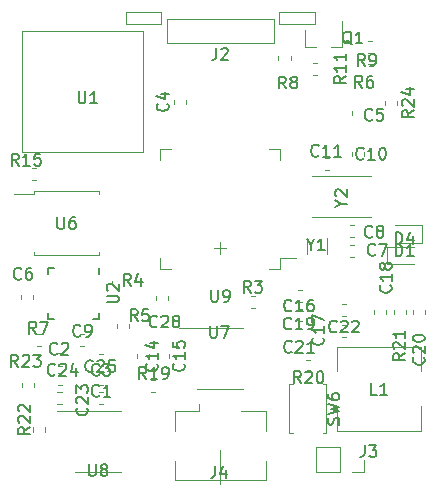
<source format=gbr>
G04 #@! TF.GenerationSoftware,KiCad,Pcbnew,(5.1.6-0-10_14)*
G04 #@! TF.CreationDate,2020-09-10T17:51:43+08:00*
G04 #@! TF.ProjectId,Watch_F4,57617463-685f-4463-942e-6b696361645f,rev?*
G04 #@! TF.SameCoordinates,Original*
G04 #@! TF.FileFunction,Legend,Top*
G04 #@! TF.FilePolarity,Positive*
%FSLAX46Y46*%
G04 Gerber Fmt 4.6, Leading zero omitted, Abs format (unit mm)*
G04 Created by KiCad (PCBNEW (5.1.6-0-10_14)) date 2020-09-10 17:51:43*
%MOMM*%
%LPD*%
G01*
G04 APERTURE LIST*
%ADD10C,0.120000*%
%ADD11C,0.150000*%
G04 APERTURE END LIST*
D10*
X148000000Y-105500000D02*
X148000000Y-106500000D01*
X147500000Y-106000000D02*
X148500000Y-106000000D01*
X140000000Y-86000000D02*
X143000000Y-86000000D01*
X140000000Y-87000000D02*
X140000000Y-86000000D01*
X143000000Y-87000000D02*
X140000000Y-87000000D01*
X143000000Y-86000000D02*
X143000000Y-87000000D01*
X153000000Y-87000000D02*
X153000000Y-86000000D01*
X156000000Y-87000000D02*
X153000000Y-87000000D01*
X156000000Y-86000000D02*
X156000000Y-87000000D01*
X153000000Y-86000000D02*
X156000000Y-86000000D01*
X148000000Y-126000000D02*
X148000000Y-123100000D01*
X144140000Y-125610000D02*
X144140000Y-124000000D01*
X151860000Y-119790000D02*
X149800000Y-119790000D01*
X151860000Y-121500000D02*
X151860000Y-119790000D01*
X144140000Y-119790000D02*
X146200000Y-119790000D01*
X144140000Y-121500000D02*
X144140000Y-119790000D01*
X144140000Y-125610000D02*
X151860000Y-125610000D01*
X151860000Y-125610000D02*
X151860000Y-124000000D01*
X146200000Y-119790000D02*
X146200000Y-119200000D01*
X143475000Y-88600000D02*
X143475000Y-86600000D01*
X143475000Y-86600000D02*
X152525000Y-86600000D01*
X152525000Y-86600000D02*
X152525000Y-88600000D01*
X152525000Y-88600000D02*
X143475000Y-88600000D01*
X164400000Y-105885000D02*
X162115000Y-105885000D01*
X162115000Y-105885000D02*
X162115000Y-107355000D01*
X162115000Y-107355000D02*
X164400000Y-107355000D01*
X162800000Y-105535000D02*
X165085000Y-105535000D01*
X165085000Y-105535000D02*
X165085000Y-104065000D01*
X165085000Y-104065000D02*
X162800000Y-104065000D01*
X155160000Y-88960000D02*
X156090000Y-88960000D01*
X158320000Y-88960000D02*
X157390000Y-88960000D01*
X158320000Y-88960000D02*
X158320000Y-86800000D01*
X155160000Y-88960000D02*
X155160000Y-87500000D01*
X156970000Y-117530000D02*
X156970000Y-121670000D01*
X154130000Y-121670000D02*
X153830000Y-121670000D01*
X153830000Y-121670000D02*
X153830000Y-117530000D01*
X156670000Y-117530000D02*
X156970000Y-117530000D01*
X153830000Y-117530000D02*
X154130000Y-117530000D01*
X156970000Y-121670000D02*
X156670000Y-121670000D01*
X163010000Y-93523733D02*
X163010000Y-93866267D01*
X161990000Y-93523733D02*
X161990000Y-93866267D01*
X160498733Y-90370000D02*
X160841267Y-90370000D01*
X160498733Y-91390000D02*
X160841267Y-91390000D01*
X156201267Y-91340000D02*
X155858733Y-91340000D01*
X156201267Y-90320000D02*
X155858733Y-90320000D01*
X160478733Y-88490000D02*
X160821267Y-88490000D01*
X160478733Y-89510000D02*
X160821267Y-89510000D01*
X153960000Y-89718733D02*
X153960000Y-90061267D01*
X152940000Y-89718733D02*
X152940000Y-90061267D01*
X143590000Y-110043733D02*
X143590000Y-110386267D01*
X142570000Y-110043733D02*
X142570000Y-110386267D01*
X143840000Y-97570000D02*
X142890000Y-97570000D01*
X142890000Y-97570000D02*
X142890000Y-98520000D01*
X152160000Y-97570000D02*
X153110000Y-97570000D01*
X153110000Y-97570000D02*
X153110000Y-98520000D01*
X143840000Y-107790000D02*
X142890000Y-107790000D01*
X142890000Y-107790000D02*
X142890000Y-106840000D01*
X152160000Y-107790000D02*
X153110000Y-107790000D01*
X153110000Y-107790000D02*
X153110000Y-106840000D01*
X153110000Y-106840000D02*
X154450000Y-106840000D01*
X131240000Y-87600000D02*
X141460000Y-87620000D01*
X141460000Y-87620000D02*
X141460000Y-97820000D01*
X131240000Y-97820000D02*
X131240000Y-87600000D01*
X131240000Y-97820000D02*
X141460000Y-97820000D01*
X155315000Y-105175000D02*
X155315000Y-106525000D01*
X157065000Y-105175000D02*
X157065000Y-106525000D01*
X160810000Y-103320000D02*
X155810000Y-103320000D01*
X160810000Y-99900000D02*
X155810000Y-99900000D01*
X134980000Y-106615000D02*
X137705000Y-106615000D01*
X137705000Y-106615000D02*
X137705000Y-106355000D01*
X134980000Y-106615000D02*
X132255000Y-106615000D01*
X132255000Y-106615000D02*
X132255000Y-106355000D01*
X134980000Y-101165000D02*
X137705000Y-101165000D01*
X137705000Y-101165000D02*
X137705000Y-101425000D01*
X134980000Y-101165000D02*
X132255000Y-101165000D01*
X132255000Y-101165000D02*
X132255000Y-101425000D01*
X132255000Y-101425000D02*
X130580000Y-101425000D01*
X137650000Y-124910000D02*
X139600000Y-124910000D01*
X137650000Y-124910000D02*
X135700000Y-124910000D01*
X137650000Y-119790000D02*
X139600000Y-119790000D01*
X137650000Y-119790000D02*
X134200000Y-119790000D01*
X148000000Y-117910000D02*
X149950000Y-117910000D01*
X148000000Y-117910000D02*
X146050000Y-117910000D01*
X148000000Y-112790000D02*
X149950000Y-112790000D01*
X148000000Y-112790000D02*
X144550000Y-112790000D01*
D11*
X137720000Y-111970000D02*
X137195000Y-111970000D01*
X133420000Y-107670000D02*
X133945000Y-107670000D01*
X133420000Y-111970000D02*
X133945000Y-111970000D01*
X137720000Y-107670000D02*
X137720000Y-108195000D01*
X133420000Y-107670000D02*
X133420000Y-108195000D01*
X133420000Y-111970000D02*
X133420000Y-111445000D01*
X137720000Y-111970000D02*
X137720000Y-111445000D01*
D10*
X132801267Y-114260000D02*
X132458733Y-114260000D01*
X132801267Y-113240000D02*
X132458733Y-113240000D01*
X140260000Y-112428733D02*
X140260000Y-112771267D01*
X139240000Y-112428733D02*
X139240000Y-112771267D01*
X138850000Y-109076267D02*
X138850000Y-108733733D01*
X139870000Y-109076267D02*
X139870000Y-108733733D01*
X132210000Y-117378733D02*
X132210000Y-117721267D01*
X131190000Y-117378733D02*
X131190000Y-117721267D01*
X132190000Y-121521267D02*
X132190000Y-121178733D01*
X133210000Y-121521267D02*
X133210000Y-121178733D01*
X162690000Y-111571267D02*
X162690000Y-111228733D01*
X163710000Y-111571267D02*
X163710000Y-111228733D01*
X155228733Y-115440000D02*
X155571267Y-115440000D01*
X155228733Y-116460000D02*
X155571267Y-116460000D01*
X142471267Y-118160000D02*
X142128733Y-118160000D01*
X142471267Y-117140000D02*
X142128733Y-117140000D01*
X150971267Y-111060000D02*
X150628733Y-111060000D01*
X150971267Y-110040000D02*
X150628733Y-110040000D01*
X132396267Y-100230000D02*
X132053733Y-100230000D01*
X132396267Y-99210000D02*
X132053733Y-99210000D01*
X157900000Y-119400000D02*
X157900000Y-121450000D01*
X157900000Y-121450000D02*
X165000000Y-121450000D01*
X165000000Y-121450000D02*
X165000000Y-119400000D01*
X157900000Y-116400000D02*
X157900000Y-114350000D01*
X157900000Y-114350000D02*
X165000000Y-114350000D01*
X165000000Y-114350000D02*
X165000000Y-116400000D01*
X158150000Y-122840000D02*
X158150000Y-124960000D01*
X158150000Y-122840000D02*
X156090000Y-122840000D01*
X156090000Y-122840000D02*
X156090000Y-124960000D01*
X158150000Y-124960000D02*
X156090000Y-124960000D01*
X160210000Y-124960000D02*
X159150000Y-124960000D01*
X160210000Y-123900000D02*
X160210000Y-124960000D01*
X137728733Y-114940000D02*
X138071267Y-114940000D01*
X137728733Y-115960000D02*
X138071267Y-115960000D01*
X136501267Y-114260000D02*
X136158733Y-114260000D01*
X136501267Y-113240000D02*
X136158733Y-113240000D01*
X132120000Y-109933733D02*
X132120000Y-110276267D01*
X131100000Y-109933733D02*
X131100000Y-110276267D01*
X144100000Y-93771267D02*
X144100000Y-93428733D01*
X145120000Y-93771267D02*
X145120000Y-93428733D01*
X134596267Y-117565000D02*
X134253733Y-117565000D01*
X134596267Y-116545000D02*
X134253733Y-116545000D01*
X134571267Y-119210000D02*
X134228733Y-119210000D01*
X134571267Y-118190000D02*
X134228733Y-118190000D01*
X158671267Y-111760000D02*
X158328733Y-111760000D01*
X158671267Y-110740000D02*
X158328733Y-110740000D01*
X154533733Y-112800000D02*
X154876267Y-112800000D01*
X154533733Y-113820000D02*
X154876267Y-113820000D01*
X164340000Y-111571267D02*
X164340000Y-111228733D01*
X165360000Y-111571267D02*
X165360000Y-111228733D01*
X154558733Y-111165000D02*
X154901267Y-111165000D01*
X154558733Y-112185000D02*
X154901267Y-112185000D01*
X162060000Y-111228733D02*
X162060000Y-111571267D01*
X161040000Y-111228733D02*
X161040000Y-111571267D01*
X160160000Y-94418733D02*
X160160000Y-94761267D01*
X159140000Y-94418733D02*
X159140000Y-94761267D01*
X158671267Y-113510000D02*
X158328733Y-113510000D01*
X158671267Y-112490000D02*
X158328733Y-112490000D01*
X156858733Y-98360000D02*
X157201267Y-98360000D01*
X156858733Y-99380000D02*
X157201267Y-99380000D01*
X154563733Y-109530000D02*
X154906267Y-109530000D01*
X154563733Y-110550000D02*
X154906267Y-110550000D01*
X159130000Y-98186267D02*
X159130000Y-97843733D01*
X160150000Y-98186267D02*
X160150000Y-97843733D01*
X142690000Y-115321267D02*
X142690000Y-114978733D01*
X143710000Y-115321267D02*
X143710000Y-114978733D01*
X140940000Y-115321267D02*
X140940000Y-114978733D01*
X141960000Y-115321267D02*
X141960000Y-114978733D01*
X158988733Y-104060000D02*
X159331267Y-104060000D01*
X158988733Y-105080000D02*
X159331267Y-105080000D01*
X158993733Y-105710000D02*
X159336267Y-105710000D01*
X158993733Y-106730000D02*
X159336267Y-106730000D01*
X137733733Y-116550000D02*
X138076267Y-116550000D01*
X137733733Y-117570000D02*
X138076267Y-117570000D01*
X134591267Y-115930000D02*
X134248733Y-115930000D01*
X134591267Y-114910000D02*
X134248733Y-114910000D01*
X137728733Y-118190000D02*
X138071267Y-118190000D01*
X137728733Y-119210000D02*
X138071267Y-119210000D01*
D11*
X147566666Y-124452380D02*
X147566666Y-125166666D01*
X147519047Y-125309523D01*
X147423809Y-125404761D01*
X147280952Y-125452380D01*
X147185714Y-125452380D01*
X148471428Y-124785714D02*
X148471428Y-125452380D01*
X148233333Y-124404761D02*
X147995238Y-125119047D01*
X148614285Y-125119047D01*
X147666666Y-89052380D02*
X147666666Y-89766666D01*
X147619047Y-89909523D01*
X147523809Y-90004761D01*
X147380952Y-90052380D01*
X147285714Y-90052380D01*
X148095238Y-89147619D02*
X148142857Y-89100000D01*
X148238095Y-89052380D01*
X148476190Y-89052380D01*
X148571428Y-89100000D01*
X148619047Y-89147619D01*
X148666666Y-89242857D01*
X148666666Y-89338095D01*
X148619047Y-89480952D01*
X148047619Y-90052380D01*
X148666666Y-90052380D01*
X162861904Y-105642380D02*
X162861904Y-104642380D01*
X163100000Y-104642380D01*
X163242857Y-104690000D01*
X163338095Y-104785238D01*
X163385714Y-104880476D01*
X163433333Y-105070952D01*
X163433333Y-105213809D01*
X163385714Y-105404285D01*
X163338095Y-105499523D01*
X163242857Y-105594761D01*
X163100000Y-105642380D01*
X162861904Y-105642380D01*
X164290476Y-104975714D02*
X164290476Y-105642380D01*
X164052380Y-104594761D02*
X163814285Y-105309047D01*
X164433333Y-105309047D01*
X162861904Y-106682380D02*
X162861904Y-105682380D01*
X163100000Y-105682380D01*
X163242857Y-105730000D01*
X163338095Y-105825238D01*
X163385714Y-105920476D01*
X163433333Y-106110952D01*
X163433333Y-106253809D01*
X163385714Y-106444285D01*
X163338095Y-106539523D01*
X163242857Y-106634761D01*
X163100000Y-106682380D01*
X162861904Y-106682380D01*
X164385714Y-106682380D02*
X163814285Y-106682380D01*
X164100000Y-106682380D02*
X164100000Y-105682380D01*
X164004761Y-105825238D01*
X163909523Y-105920476D01*
X163814285Y-105968095D01*
X159144761Y-88747619D02*
X159049523Y-88700000D01*
X158954285Y-88604761D01*
X158811428Y-88461904D01*
X158716190Y-88414285D01*
X158620952Y-88414285D01*
X158668571Y-88652380D02*
X158573333Y-88604761D01*
X158478095Y-88509523D01*
X158430476Y-88319047D01*
X158430476Y-87985714D01*
X158478095Y-87795238D01*
X158573333Y-87700000D01*
X158668571Y-87652380D01*
X158859047Y-87652380D01*
X158954285Y-87700000D01*
X159049523Y-87795238D01*
X159097142Y-87985714D01*
X159097142Y-88319047D01*
X159049523Y-88509523D01*
X158954285Y-88604761D01*
X158859047Y-88652380D01*
X158668571Y-88652380D01*
X160049523Y-88652380D02*
X159478095Y-88652380D01*
X159763809Y-88652380D02*
X159763809Y-87652380D01*
X159668571Y-87795238D01*
X159573333Y-87890476D01*
X159478095Y-87938095D01*
X158054761Y-120933333D02*
X158102380Y-120790476D01*
X158102380Y-120552380D01*
X158054761Y-120457142D01*
X158007142Y-120409523D01*
X157911904Y-120361904D01*
X157816666Y-120361904D01*
X157721428Y-120409523D01*
X157673809Y-120457142D01*
X157626190Y-120552380D01*
X157578571Y-120742857D01*
X157530952Y-120838095D01*
X157483333Y-120885714D01*
X157388095Y-120933333D01*
X157292857Y-120933333D01*
X157197619Y-120885714D01*
X157150000Y-120838095D01*
X157102380Y-120742857D01*
X157102380Y-120504761D01*
X157150000Y-120361904D01*
X157102380Y-120028571D02*
X158102380Y-119790476D01*
X157388095Y-119600000D01*
X158102380Y-119409523D01*
X157102380Y-119171428D01*
X157102380Y-118361904D02*
X157102380Y-118552380D01*
X157150000Y-118647619D01*
X157197619Y-118695238D01*
X157340476Y-118790476D01*
X157530952Y-118838095D01*
X157911904Y-118838095D01*
X158007142Y-118790476D01*
X158054761Y-118742857D01*
X158102380Y-118647619D01*
X158102380Y-118457142D01*
X158054761Y-118361904D01*
X158007142Y-118314285D01*
X157911904Y-118266666D01*
X157673809Y-118266666D01*
X157578571Y-118314285D01*
X157530952Y-118361904D01*
X157483333Y-118457142D01*
X157483333Y-118647619D01*
X157530952Y-118742857D01*
X157578571Y-118790476D01*
X157673809Y-118838095D01*
X164382380Y-94337857D02*
X163906190Y-94671190D01*
X164382380Y-94909285D02*
X163382380Y-94909285D01*
X163382380Y-94528333D01*
X163430000Y-94433095D01*
X163477619Y-94385476D01*
X163572857Y-94337857D01*
X163715714Y-94337857D01*
X163810952Y-94385476D01*
X163858571Y-94433095D01*
X163906190Y-94528333D01*
X163906190Y-94909285D01*
X163477619Y-93956904D02*
X163430000Y-93909285D01*
X163382380Y-93814047D01*
X163382380Y-93575952D01*
X163430000Y-93480714D01*
X163477619Y-93433095D01*
X163572857Y-93385476D01*
X163668095Y-93385476D01*
X163810952Y-93433095D01*
X164382380Y-94004523D01*
X164382380Y-93385476D01*
X163715714Y-92528333D02*
X164382380Y-92528333D01*
X163334761Y-92766428D02*
X164049047Y-93004523D01*
X164049047Y-92385476D01*
X160018333Y-92406380D02*
X159685000Y-91930190D01*
X159446904Y-92406380D02*
X159446904Y-91406380D01*
X159827857Y-91406380D01*
X159923095Y-91454000D01*
X159970714Y-91501619D01*
X160018333Y-91596857D01*
X160018333Y-91739714D01*
X159970714Y-91834952D01*
X159923095Y-91882571D01*
X159827857Y-91930190D01*
X159446904Y-91930190D01*
X160875476Y-91406380D02*
X160685000Y-91406380D01*
X160589761Y-91454000D01*
X160542142Y-91501619D01*
X160446904Y-91644476D01*
X160399285Y-91834952D01*
X160399285Y-92215904D01*
X160446904Y-92311142D01*
X160494523Y-92358761D01*
X160589761Y-92406380D01*
X160780238Y-92406380D01*
X160875476Y-92358761D01*
X160923095Y-92311142D01*
X160970714Y-92215904D01*
X160970714Y-91977809D01*
X160923095Y-91882571D01*
X160875476Y-91834952D01*
X160780238Y-91787333D01*
X160589761Y-91787333D01*
X160494523Y-91834952D01*
X160446904Y-91882571D01*
X160399285Y-91977809D01*
X158616380Y-91432857D02*
X158140190Y-91766190D01*
X158616380Y-92004285D02*
X157616380Y-92004285D01*
X157616380Y-91623333D01*
X157664000Y-91528095D01*
X157711619Y-91480476D01*
X157806857Y-91432857D01*
X157949714Y-91432857D01*
X158044952Y-91480476D01*
X158092571Y-91528095D01*
X158140190Y-91623333D01*
X158140190Y-92004285D01*
X158616380Y-90480476D02*
X158616380Y-91051904D01*
X158616380Y-90766190D02*
X157616380Y-90766190D01*
X157759238Y-90861428D01*
X157854476Y-90956666D01*
X157902095Y-91051904D01*
X158616380Y-89528095D02*
X158616380Y-90099523D01*
X158616380Y-89813809D02*
X157616380Y-89813809D01*
X157759238Y-89909047D01*
X157854476Y-90004285D01*
X157902095Y-90099523D01*
X160253333Y-90554380D02*
X159920000Y-90078190D01*
X159681904Y-90554380D02*
X159681904Y-89554380D01*
X160062857Y-89554380D01*
X160158095Y-89602000D01*
X160205714Y-89649619D01*
X160253333Y-89744857D01*
X160253333Y-89887714D01*
X160205714Y-89982952D01*
X160158095Y-90030571D01*
X160062857Y-90078190D01*
X159681904Y-90078190D01*
X160729523Y-90554380D02*
X160920000Y-90554380D01*
X161015238Y-90506761D01*
X161062857Y-90459142D01*
X161158095Y-90316285D01*
X161205714Y-90125809D01*
X161205714Y-89744857D01*
X161158095Y-89649619D01*
X161110476Y-89602000D01*
X161015238Y-89554380D01*
X160824761Y-89554380D01*
X160729523Y-89602000D01*
X160681904Y-89649619D01*
X160634285Y-89744857D01*
X160634285Y-89982952D01*
X160681904Y-90078190D01*
X160729523Y-90125809D01*
X160824761Y-90173428D01*
X161015238Y-90173428D01*
X161110476Y-90125809D01*
X161158095Y-90078190D01*
X161205714Y-89982952D01*
X153571333Y-92466380D02*
X153238000Y-91990190D01*
X152999904Y-92466380D02*
X152999904Y-91466380D01*
X153380857Y-91466380D01*
X153476095Y-91514000D01*
X153523714Y-91561619D01*
X153571333Y-91656857D01*
X153571333Y-91799714D01*
X153523714Y-91894952D01*
X153476095Y-91942571D01*
X153380857Y-91990190D01*
X152999904Y-91990190D01*
X154142761Y-91894952D02*
X154047523Y-91847333D01*
X153999904Y-91799714D01*
X153952285Y-91704476D01*
X153952285Y-91656857D01*
X153999904Y-91561619D01*
X154047523Y-91514000D01*
X154142761Y-91466380D01*
X154333238Y-91466380D01*
X154428476Y-91514000D01*
X154476095Y-91561619D01*
X154523714Y-91656857D01*
X154523714Y-91704476D01*
X154476095Y-91799714D01*
X154428476Y-91847333D01*
X154333238Y-91894952D01*
X154142761Y-91894952D01*
X154047523Y-91942571D01*
X153999904Y-91990190D01*
X153952285Y-92085428D01*
X153952285Y-92275904D01*
X153999904Y-92371142D01*
X154047523Y-92418761D01*
X154142761Y-92466380D01*
X154333238Y-92466380D01*
X154428476Y-92418761D01*
X154476095Y-92371142D01*
X154523714Y-92275904D01*
X154523714Y-92085428D01*
X154476095Y-91990190D01*
X154428476Y-91942571D01*
X154333238Y-91894952D01*
X142649142Y-112612142D02*
X142601523Y-112659761D01*
X142458666Y-112707380D01*
X142363428Y-112707380D01*
X142220571Y-112659761D01*
X142125333Y-112564523D01*
X142077714Y-112469285D01*
X142030095Y-112278809D01*
X142030095Y-112135952D01*
X142077714Y-111945476D01*
X142125333Y-111850238D01*
X142220571Y-111755000D01*
X142363428Y-111707380D01*
X142458666Y-111707380D01*
X142601523Y-111755000D01*
X142649142Y-111802619D01*
X143030095Y-111802619D02*
X143077714Y-111755000D01*
X143172952Y-111707380D01*
X143411047Y-111707380D01*
X143506285Y-111755000D01*
X143553904Y-111802619D01*
X143601523Y-111897857D01*
X143601523Y-111993095D01*
X143553904Y-112135952D01*
X142982476Y-112707380D01*
X143601523Y-112707380D01*
X144172952Y-112135952D02*
X144077714Y-112088333D01*
X144030095Y-112040714D01*
X143982476Y-111945476D01*
X143982476Y-111897857D01*
X144030095Y-111802619D01*
X144077714Y-111755000D01*
X144172952Y-111707380D01*
X144363428Y-111707380D01*
X144458666Y-111755000D01*
X144506285Y-111802619D01*
X144553904Y-111897857D01*
X144553904Y-111945476D01*
X144506285Y-112040714D01*
X144458666Y-112088333D01*
X144363428Y-112135952D01*
X144172952Y-112135952D01*
X144077714Y-112183571D01*
X144030095Y-112231190D01*
X143982476Y-112326428D01*
X143982476Y-112516904D01*
X144030095Y-112612142D01*
X144077714Y-112659761D01*
X144172952Y-112707380D01*
X144363428Y-112707380D01*
X144458666Y-112659761D01*
X144506285Y-112612142D01*
X144553904Y-112516904D01*
X144553904Y-112326428D01*
X144506285Y-112231190D01*
X144458666Y-112183571D01*
X144363428Y-112135952D01*
X147238095Y-109532380D02*
X147238095Y-110341904D01*
X147285714Y-110437142D01*
X147333333Y-110484761D01*
X147428571Y-110532380D01*
X147619047Y-110532380D01*
X147714285Y-110484761D01*
X147761904Y-110437142D01*
X147809523Y-110341904D01*
X147809523Y-109532380D01*
X148333333Y-110532380D02*
X148523809Y-110532380D01*
X148619047Y-110484761D01*
X148666666Y-110437142D01*
X148761904Y-110294285D01*
X148809523Y-110103809D01*
X148809523Y-109722857D01*
X148761904Y-109627619D01*
X148714285Y-109580000D01*
X148619047Y-109532380D01*
X148428571Y-109532380D01*
X148333333Y-109580000D01*
X148285714Y-109627619D01*
X148238095Y-109722857D01*
X148238095Y-109960952D01*
X148285714Y-110056190D01*
X148333333Y-110103809D01*
X148428571Y-110151428D01*
X148619047Y-110151428D01*
X148714285Y-110103809D01*
X148761904Y-110056190D01*
X148809523Y-109960952D01*
X136018095Y-92722380D02*
X136018095Y-93531904D01*
X136065714Y-93627142D01*
X136113333Y-93674761D01*
X136208571Y-93722380D01*
X136399047Y-93722380D01*
X136494285Y-93674761D01*
X136541904Y-93627142D01*
X136589523Y-93531904D01*
X136589523Y-92722380D01*
X137589523Y-93722380D02*
X137018095Y-93722380D01*
X137303809Y-93722380D02*
X137303809Y-92722380D01*
X137208571Y-92865238D01*
X137113333Y-92960476D01*
X137018095Y-93008095D01*
X155653809Y-105716190D02*
X155653809Y-106192380D01*
X155320476Y-105192380D02*
X155653809Y-105716190D01*
X155987142Y-105192380D01*
X156844285Y-106192380D02*
X156272857Y-106192380D01*
X156558571Y-106192380D02*
X156558571Y-105192380D01*
X156463333Y-105335238D01*
X156368095Y-105430476D01*
X156272857Y-105478095D01*
X158246190Y-102216190D02*
X158722380Y-102216190D01*
X157722380Y-102549523D02*
X158246190Y-102216190D01*
X157722380Y-101882857D01*
X157817619Y-101597142D02*
X157770000Y-101549523D01*
X157722380Y-101454285D01*
X157722380Y-101216190D01*
X157770000Y-101120952D01*
X157817619Y-101073333D01*
X157912857Y-101025714D01*
X158008095Y-101025714D01*
X158150952Y-101073333D01*
X158722380Y-101644761D01*
X158722380Y-101025714D01*
X134218095Y-103352380D02*
X134218095Y-104161904D01*
X134265714Y-104257142D01*
X134313333Y-104304761D01*
X134408571Y-104352380D01*
X134599047Y-104352380D01*
X134694285Y-104304761D01*
X134741904Y-104257142D01*
X134789523Y-104161904D01*
X134789523Y-103352380D01*
X135694285Y-103352380D02*
X135503809Y-103352380D01*
X135408571Y-103400000D01*
X135360952Y-103447619D01*
X135265714Y-103590476D01*
X135218095Y-103780952D01*
X135218095Y-104161904D01*
X135265714Y-104257142D01*
X135313333Y-104304761D01*
X135408571Y-104352380D01*
X135599047Y-104352380D01*
X135694285Y-104304761D01*
X135741904Y-104257142D01*
X135789523Y-104161904D01*
X135789523Y-103923809D01*
X135741904Y-103828571D01*
X135694285Y-103780952D01*
X135599047Y-103733333D01*
X135408571Y-103733333D01*
X135313333Y-103780952D01*
X135265714Y-103828571D01*
X135218095Y-103923809D01*
X136888095Y-124267380D02*
X136888095Y-125076904D01*
X136935714Y-125172142D01*
X136983333Y-125219761D01*
X137078571Y-125267380D01*
X137269047Y-125267380D01*
X137364285Y-125219761D01*
X137411904Y-125172142D01*
X137459523Y-125076904D01*
X137459523Y-124267380D01*
X138078571Y-124695952D02*
X137983333Y-124648333D01*
X137935714Y-124600714D01*
X137888095Y-124505476D01*
X137888095Y-124457857D01*
X137935714Y-124362619D01*
X137983333Y-124315000D01*
X138078571Y-124267380D01*
X138269047Y-124267380D01*
X138364285Y-124315000D01*
X138411904Y-124362619D01*
X138459523Y-124457857D01*
X138459523Y-124505476D01*
X138411904Y-124600714D01*
X138364285Y-124648333D01*
X138269047Y-124695952D01*
X138078571Y-124695952D01*
X137983333Y-124743571D01*
X137935714Y-124791190D01*
X137888095Y-124886428D01*
X137888095Y-125076904D01*
X137935714Y-125172142D01*
X137983333Y-125219761D01*
X138078571Y-125267380D01*
X138269047Y-125267380D01*
X138364285Y-125219761D01*
X138411904Y-125172142D01*
X138459523Y-125076904D01*
X138459523Y-124886428D01*
X138411904Y-124791190D01*
X138364285Y-124743571D01*
X138269047Y-124695952D01*
X147148095Y-112572380D02*
X147148095Y-113381904D01*
X147195714Y-113477142D01*
X147243333Y-113524761D01*
X147338571Y-113572380D01*
X147529047Y-113572380D01*
X147624285Y-113524761D01*
X147671904Y-113477142D01*
X147719523Y-113381904D01*
X147719523Y-112572380D01*
X148100476Y-112572380D02*
X148767142Y-112572380D01*
X148338571Y-113572380D01*
X138397380Y-110581904D02*
X139206904Y-110581904D01*
X139302142Y-110534285D01*
X139349761Y-110486666D01*
X139397380Y-110391428D01*
X139397380Y-110200952D01*
X139349761Y-110105714D01*
X139302142Y-110058095D01*
X139206904Y-110010476D01*
X138397380Y-110010476D01*
X138492619Y-109581904D02*
X138445000Y-109534285D01*
X138397380Y-109439047D01*
X138397380Y-109200952D01*
X138445000Y-109105714D01*
X138492619Y-109058095D01*
X138587857Y-109010476D01*
X138683095Y-109010476D01*
X138825952Y-109058095D01*
X139397380Y-109629523D01*
X139397380Y-109010476D01*
X132421333Y-113228380D02*
X132088000Y-112752190D01*
X131849904Y-113228380D02*
X131849904Y-112228380D01*
X132230857Y-112228380D01*
X132326095Y-112276000D01*
X132373714Y-112323619D01*
X132421333Y-112418857D01*
X132421333Y-112561714D01*
X132373714Y-112656952D01*
X132326095Y-112704571D01*
X132230857Y-112752190D01*
X131849904Y-112752190D01*
X132754666Y-112228380D02*
X133421333Y-112228380D01*
X132992761Y-113228380D01*
X141023333Y-112172380D02*
X140690000Y-111696190D01*
X140451904Y-112172380D02*
X140451904Y-111172380D01*
X140832857Y-111172380D01*
X140928095Y-111220000D01*
X140975714Y-111267619D01*
X141023333Y-111362857D01*
X141023333Y-111505714D01*
X140975714Y-111600952D01*
X140928095Y-111648571D01*
X140832857Y-111696190D01*
X140451904Y-111696190D01*
X141928095Y-111172380D02*
X141451904Y-111172380D01*
X141404285Y-111648571D01*
X141451904Y-111600952D01*
X141547142Y-111553333D01*
X141785238Y-111553333D01*
X141880476Y-111600952D01*
X141928095Y-111648571D01*
X141975714Y-111743809D01*
X141975714Y-111981904D01*
X141928095Y-112077142D01*
X141880476Y-112124761D01*
X141785238Y-112172380D01*
X141547142Y-112172380D01*
X141451904Y-112124761D01*
X141404285Y-112077142D01*
X140433333Y-109162380D02*
X140100000Y-108686190D01*
X139861904Y-109162380D02*
X139861904Y-108162380D01*
X140242857Y-108162380D01*
X140338095Y-108210000D01*
X140385714Y-108257619D01*
X140433333Y-108352857D01*
X140433333Y-108495714D01*
X140385714Y-108590952D01*
X140338095Y-108638571D01*
X140242857Y-108686190D01*
X139861904Y-108686190D01*
X141290476Y-108495714D02*
X141290476Y-109162380D01*
X141052380Y-108114761D02*
X140814285Y-108829047D01*
X141433333Y-108829047D01*
X130889142Y-116026380D02*
X130555809Y-115550190D01*
X130317714Y-116026380D02*
X130317714Y-115026380D01*
X130698666Y-115026380D01*
X130793904Y-115074000D01*
X130841523Y-115121619D01*
X130889142Y-115216857D01*
X130889142Y-115359714D01*
X130841523Y-115454952D01*
X130793904Y-115502571D01*
X130698666Y-115550190D01*
X130317714Y-115550190D01*
X131270095Y-115121619D02*
X131317714Y-115074000D01*
X131412952Y-115026380D01*
X131651047Y-115026380D01*
X131746285Y-115074000D01*
X131793904Y-115121619D01*
X131841523Y-115216857D01*
X131841523Y-115312095D01*
X131793904Y-115454952D01*
X131222476Y-116026380D01*
X131841523Y-116026380D01*
X132174857Y-115026380D02*
X132793904Y-115026380D01*
X132460571Y-115407333D01*
X132603428Y-115407333D01*
X132698666Y-115454952D01*
X132746285Y-115502571D01*
X132793904Y-115597809D01*
X132793904Y-115835904D01*
X132746285Y-115931142D01*
X132698666Y-115978761D01*
X132603428Y-116026380D01*
X132317714Y-116026380D01*
X132222476Y-115978761D01*
X132174857Y-115931142D01*
X131908380Y-121148857D02*
X131432190Y-121482190D01*
X131908380Y-121720285D02*
X130908380Y-121720285D01*
X130908380Y-121339333D01*
X130956000Y-121244095D01*
X131003619Y-121196476D01*
X131098857Y-121148857D01*
X131241714Y-121148857D01*
X131336952Y-121196476D01*
X131384571Y-121244095D01*
X131432190Y-121339333D01*
X131432190Y-121720285D01*
X131003619Y-120767904D02*
X130956000Y-120720285D01*
X130908380Y-120625047D01*
X130908380Y-120386952D01*
X130956000Y-120291714D01*
X131003619Y-120244095D01*
X131098857Y-120196476D01*
X131194095Y-120196476D01*
X131336952Y-120244095D01*
X131908380Y-120815523D01*
X131908380Y-120196476D01*
X131003619Y-119815523D02*
X130956000Y-119767904D01*
X130908380Y-119672666D01*
X130908380Y-119434571D01*
X130956000Y-119339333D01*
X131003619Y-119291714D01*
X131098857Y-119244095D01*
X131194095Y-119244095D01*
X131336952Y-119291714D01*
X131908380Y-119863142D01*
X131908380Y-119244095D01*
X163642380Y-114901857D02*
X163166190Y-115235190D01*
X163642380Y-115473285D02*
X162642380Y-115473285D01*
X162642380Y-115092333D01*
X162690000Y-114997095D01*
X162737619Y-114949476D01*
X162832857Y-114901857D01*
X162975714Y-114901857D01*
X163070952Y-114949476D01*
X163118571Y-114997095D01*
X163166190Y-115092333D01*
X163166190Y-115473285D01*
X162737619Y-114520904D02*
X162690000Y-114473285D01*
X162642380Y-114378047D01*
X162642380Y-114139952D01*
X162690000Y-114044714D01*
X162737619Y-113997095D01*
X162832857Y-113949476D01*
X162928095Y-113949476D01*
X163070952Y-113997095D01*
X163642380Y-114568523D01*
X163642380Y-113949476D01*
X163642380Y-112997095D02*
X163642380Y-113568523D01*
X163642380Y-113282809D02*
X162642380Y-113282809D01*
X162785238Y-113378047D01*
X162880476Y-113473285D01*
X162928095Y-113568523D01*
X154832142Y-117418380D02*
X154498809Y-116942190D01*
X154260714Y-117418380D02*
X154260714Y-116418380D01*
X154641666Y-116418380D01*
X154736904Y-116466000D01*
X154784523Y-116513619D01*
X154832142Y-116608857D01*
X154832142Y-116751714D01*
X154784523Y-116846952D01*
X154736904Y-116894571D01*
X154641666Y-116942190D01*
X154260714Y-116942190D01*
X155213095Y-116513619D02*
X155260714Y-116466000D01*
X155355952Y-116418380D01*
X155594047Y-116418380D01*
X155689285Y-116466000D01*
X155736904Y-116513619D01*
X155784523Y-116608857D01*
X155784523Y-116704095D01*
X155736904Y-116846952D01*
X155165476Y-117418380D01*
X155784523Y-117418380D01*
X156403571Y-116418380D02*
X156498809Y-116418380D01*
X156594047Y-116466000D01*
X156641666Y-116513619D01*
X156689285Y-116608857D01*
X156736904Y-116799333D01*
X156736904Y-117037428D01*
X156689285Y-117227904D01*
X156641666Y-117323142D01*
X156594047Y-117370761D01*
X156498809Y-117418380D01*
X156403571Y-117418380D01*
X156308333Y-117370761D01*
X156260714Y-117323142D01*
X156213095Y-117227904D01*
X156165476Y-117037428D01*
X156165476Y-116799333D01*
X156213095Y-116608857D01*
X156260714Y-116513619D01*
X156308333Y-116466000D01*
X156403571Y-116418380D01*
X141733142Y-117052380D02*
X141399809Y-116576190D01*
X141161714Y-117052380D02*
X141161714Y-116052380D01*
X141542666Y-116052380D01*
X141637904Y-116100000D01*
X141685523Y-116147619D01*
X141733142Y-116242857D01*
X141733142Y-116385714D01*
X141685523Y-116480952D01*
X141637904Y-116528571D01*
X141542666Y-116576190D01*
X141161714Y-116576190D01*
X142685523Y-117052380D02*
X142114095Y-117052380D01*
X142399809Y-117052380D02*
X142399809Y-116052380D01*
X142304571Y-116195238D01*
X142209333Y-116290476D01*
X142114095Y-116338095D01*
X143161714Y-117052380D02*
X143352190Y-117052380D01*
X143447428Y-117004761D01*
X143495047Y-116957142D01*
X143590285Y-116814285D01*
X143637904Y-116623809D01*
X143637904Y-116242857D01*
X143590285Y-116147619D01*
X143542666Y-116100000D01*
X143447428Y-116052380D01*
X143256952Y-116052380D01*
X143161714Y-116100000D01*
X143114095Y-116147619D01*
X143066476Y-116242857D01*
X143066476Y-116480952D01*
X143114095Y-116576190D01*
X143161714Y-116623809D01*
X143256952Y-116671428D01*
X143447428Y-116671428D01*
X143542666Y-116623809D01*
X143590285Y-116576190D01*
X143637904Y-116480952D01*
X150583333Y-109762380D02*
X150250000Y-109286190D01*
X150011904Y-109762380D02*
X150011904Y-108762380D01*
X150392857Y-108762380D01*
X150488095Y-108810000D01*
X150535714Y-108857619D01*
X150583333Y-108952857D01*
X150583333Y-109095714D01*
X150535714Y-109190952D01*
X150488095Y-109238571D01*
X150392857Y-109286190D01*
X150011904Y-109286190D01*
X150916666Y-108762380D02*
X151535714Y-108762380D01*
X151202380Y-109143333D01*
X151345238Y-109143333D01*
X151440476Y-109190952D01*
X151488095Y-109238571D01*
X151535714Y-109333809D01*
X151535714Y-109571904D01*
X151488095Y-109667142D01*
X151440476Y-109714761D01*
X151345238Y-109762380D01*
X151059523Y-109762380D01*
X150964285Y-109714761D01*
X150916666Y-109667142D01*
X130929142Y-99004380D02*
X130595809Y-98528190D01*
X130357714Y-99004380D02*
X130357714Y-98004380D01*
X130738666Y-98004380D01*
X130833904Y-98052000D01*
X130881523Y-98099619D01*
X130929142Y-98194857D01*
X130929142Y-98337714D01*
X130881523Y-98432952D01*
X130833904Y-98480571D01*
X130738666Y-98528190D01*
X130357714Y-98528190D01*
X131881523Y-99004380D02*
X131310095Y-99004380D01*
X131595809Y-99004380D02*
X131595809Y-98004380D01*
X131500571Y-98147238D01*
X131405333Y-98242476D01*
X131310095Y-98290095D01*
X132786285Y-98004380D02*
X132310095Y-98004380D01*
X132262476Y-98480571D01*
X132310095Y-98432952D01*
X132405333Y-98385333D01*
X132643428Y-98385333D01*
X132738666Y-98432952D01*
X132786285Y-98480571D01*
X132833904Y-98575809D01*
X132833904Y-98813904D01*
X132786285Y-98909142D01*
X132738666Y-98956761D01*
X132643428Y-99004380D01*
X132405333Y-99004380D01*
X132310095Y-98956761D01*
X132262476Y-98909142D01*
X161273333Y-118412380D02*
X160797142Y-118412380D01*
X160797142Y-117412380D01*
X162130476Y-118412380D02*
X161559047Y-118412380D01*
X161844761Y-118412380D02*
X161844761Y-117412380D01*
X161749523Y-117555238D01*
X161654285Y-117650476D01*
X161559047Y-117698095D01*
X160236666Y-122662380D02*
X160236666Y-123376666D01*
X160189047Y-123519523D01*
X160093809Y-123614761D01*
X159950952Y-123662380D01*
X159855714Y-123662380D01*
X160617619Y-122662380D02*
X161236666Y-122662380D01*
X160903333Y-123043333D01*
X161046190Y-123043333D01*
X161141428Y-123090952D01*
X161189047Y-123138571D01*
X161236666Y-123233809D01*
X161236666Y-123471904D01*
X161189047Y-123567142D01*
X161141428Y-123614761D01*
X161046190Y-123662380D01*
X160760476Y-123662380D01*
X160665238Y-123614761D01*
X160617619Y-123567142D01*
X137202142Y-116387142D02*
X137154523Y-116434761D01*
X137011666Y-116482380D01*
X136916428Y-116482380D01*
X136773571Y-116434761D01*
X136678333Y-116339523D01*
X136630714Y-116244285D01*
X136583095Y-116053809D01*
X136583095Y-115910952D01*
X136630714Y-115720476D01*
X136678333Y-115625238D01*
X136773571Y-115530000D01*
X136916428Y-115482380D01*
X137011666Y-115482380D01*
X137154523Y-115530000D01*
X137202142Y-115577619D01*
X137583095Y-115577619D02*
X137630714Y-115530000D01*
X137725952Y-115482380D01*
X137964047Y-115482380D01*
X138059285Y-115530000D01*
X138106904Y-115577619D01*
X138154523Y-115672857D01*
X138154523Y-115768095D01*
X138106904Y-115910952D01*
X137535476Y-116482380D01*
X138154523Y-116482380D01*
X139059285Y-115482380D02*
X138583095Y-115482380D01*
X138535476Y-115958571D01*
X138583095Y-115910952D01*
X138678333Y-115863333D01*
X138916428Y-115863333D01*
X139011666Y-115910952D01*
X139059285Y-115958571D01*
X139106904Y-116053809D01*
X139106904Y-116291904D01*
X139059285Y-116387142D01*
X139011666Y-116434761D01*
X138916428Y-116482380D01*
X138678333Y-116482380D01*
X138583095Y-116434761D01*
X138535476Y-116387142D01*
X136163333Y-113387142D02*
X136115714Y-113434761D01*
X135972857Y-113482380D01*
X135877619Y-113482380D01*
X135734761Y-113434761D01*
X135639523Y-113339523D01*
X135591904Y-113244285D01*
X135544285Y-113053809D01*
X135544285Y-112910952D01*
X135591904Y-112720476D01*
X135639523Y-112625238D01*
X135734761Y-112530000D01*
X135877619Y-112482380D01*
X135972857Y-112482380D01*
X136115714Y-112530000D01*
X136163333Y-112577619D01*
X136639523Y-113482380D02*
X136830000Y-113482380D01*
X136925238Y-113434761D01*
X136972857Y-113387142D01*
X137068095Y-113244285D01*
X137115714Y-113053809D01*
X137115714Y-112672857D01*
X137068095Y-112577619D01*
X137020476Y-112530000D01*
X136925238Y-112482380D01*
X136734761Y-112482380D01*
X136639523Y-112530000D01*
X136591904Y-112577619D01*
X136544285Y-112672857D01*
X136544285Y-112910952D01*
X136591904Y-113006190D01*
X136639523Y-113053809D01*
X136734761Y-113101428D01*
X136925238Y-113101428D01*
X137020476Y-113053809D01*
X137068095Y-113006190D01*
X137115714Y-112910952D01*
X131151333Y-108561142D02*
X131103714Y-108608761D01*
X130960857Y-108656380D01*
X130865619Y-108656380D01*
X130722761Y-108608761D01*
X130627523Y-108513523D01*
X130579904Y-108418285D01*
X130532285Y-108227809D01*
X130532285Y-108084952D01*
X130579904Y-107894476D01*
X130627523Y-107799238D01*
X130722761Y-107704000D01*
X130865619Y-107656380D01*
X130960857Y-107656380D01*
X131103714Y-107704000D01*
X131151333Y-107751619D01*
X132008476Y-107656380D02*
X131818000Y-107656380D01*
X131722761Y-107704000D01*
X131675142Y-107751619D01*
X131579904Y-107894476D01*
X131532285Y-108084952D01*
X131532285Y-108465904D01*
X131579904Y-108561142D01*
X131627523Y-108608761D01*
X131722761Y-108656380D01*
X131913238Y-108656380D01*
X132008476Y-108608761D01*
X132056095Y-108561142D01*
X132103714Y-108465904D01*
X132103714Y-108227809D01*
X132056095Y-108132571D01*
X132008476Y-108084952D01*
X131913238Y-108037333D01*
X131722761Y-108037333D01*
X131627523Y-108084952D01*
X131579904Y-108132571D01*
X131532285Y-108227809D01*
X143537142Y-93766666D02*
X143584761Y-93814285D01*
X143632380Y-93957142D01*
X143632380Y-94052380D01*
X143584761Y-94195238D01*
X143489523Y-94290476D01*
X143394285Y-94338095D01*
X143203809Y-94385714D01*
X143060952Y-94385714D01*
X142870476Y-94338095D01*
X142775238Y-94290476D01*
X142680000Y-94195238D01*
X142632380Y-94052380D01*
X142632380Y-93957142D01*
X142680000Y-93814285D01*
X142727619Y-93766666D01*
X142965714Y-92909523D02*
X143632380Y-92909523D01*
X142584761Y-93147619D02*
X143299047Y-93385714D01*
X143299047Y-92766666D01*
X134007142Y-116689142D02*
X133959523Y-116736761D01*
X133816666Y-116784380D01*
X133721428Y-116784380D01*
X133578571Y-116736761D01*
X133483333Y-116641523D01*
X133435714Y-116546285D01*
X133388095Y-116355809D01*
X133388095Y-116212952D01*
X133435714Y-116022476D01*
X133483333Y-115927238D01*
X133578571Y-115832000D01*
X133721428Y-115784380D01*
X133816666Y-115784380D01*
X133959523Y-115832000D01*
X134007142Y-115879619D01*
X134388095Y-115879619D02*
X134435714Y-115832000D01*
X134530952Y-115784380D01*
X134769047Y-115784380D01*
X134864285Y-115832000D01*
X134911904Y-115879619D01*
X134959523Y-115974857D01*
X134959523Y-116070095D01*
X134911904Y-116212952D01*
X134340476Y-116784380D01*
X134959523Y-116784380D01*
X135816666Y-116117714D02*
X135816666Y-116784380D01*
X135578571Y-115736761D02*
X135340476Y-116451047D01*
X135959523Y-116451047D01*
X136705142Y-119526857D02*
X136752761Y-119574476D01*
X136800380Y-119717333D01*
X136800380Y-119812571D01*
X136752761Y-119955428D01*
X136657523Y-120050666D01*
X136562285Y-120098285D01*
X136371809Y-120145904D01*
X136228952Y-120145904D01*
X136038476Y-120098285D01*
X135943238Y-120050666D01*
X135848000Y-119955428D01*
X135800380Y-119812571D01*
X135800380Y-119717333D01*
X135848000Y-119574476D01*
X135895619Y-119526857D01*
X135895619Y-119145904D02*
X135848000Y-119098285D01*
X135800380Y-119003047D01*
X135800380Y-118764952D01*
X135848000Y-118669714D01*
X135895619Y-118622095D01*
X135990857Y-118574476D01*
X136086095Y-118574476D01*
X136228952Y-118622095D01*
X136800380Y-119193523D01*
X136800380Y-118574476D01*
X135800380Y-118241142D02*
X135800380Y-117622095D01*
X136181333Y-117955428D01*
X136181333Y-117812571D01*
X136228952Y-117717333D01*
X136276571Y-117669714D01*
X136371809Y-117622095D01*
X136609904Y-117622095D01*
X136705142Y-117669714D01*
X136752761Y-117717333D01*
X136800380Y-117812571D01*
X136800380Y-118098285D01*
X136752761Y-118193523D01*
X136705142Y-118241142D01*
X157857142Y-113037142D02*
X157809523Y-113084761D01*
X157666666Y-113132380D01*
X157571428Y-113132380D01*
X157428571Y-113084761D01*
X157333333Y-112989523D01*
X157285714Y-112894285D01*
X157238095Y-112703809D01*
X157238095Y-112560952D01*
X157285714Y-112370476D01*
X157333333Y-112275238D01*
X157428571Y-112180000D01*
X157571428Y-112132380D01*
X157666666Y-112132380D01*
X157809523Y-112180000D01*
X157857142Y-112227619D01*
X158238095Y-112227619D02*
X158285714Y-112180000D01*
X158380952Y-112132380D01*
X158619047Y-112132380D01*
X158714285Y-112180000D01*
X158761904Y-112227619D01*
X158809523Y-112322857D01*
X158809523Y-112418095D01*
X158761904Y-112560952D01*
X158190476Y-113132380D01*
X158809523Y-113132380D01*
X159190476Y-112227619D02*
X159238095Y-112180000D01*
X159333333Y-112132380D01*
X159571428Y-112132380D01*
X159666666Y-112180000D01*
X159714285Y-112227619D01*
X159761904Y-112322857D01*
X159761904Y-112418095D01*
X159714285Y-112560952D01*
X159142857Y-113132380D01*
X159761904Y-113132380D01*
X154047142Y-114753810D02*
X153999523Y-114801429D01*
X153856666Y-114849048D01*
X153761428Y-114849048D01*
X153618571Y-114801429D01*
X153523333Y-114706191D01*
X153475714Y-114610953D01*
X153428095Y-114420477D01*
X153428095Y-114277620D01*
X153475714Y-114087144D01*
X153523333Y-113991906D01*
X153618571Y-113896668D01*
X153761428Y-113849048D01*
X153856666Y-113849048D01*
X153999523Y-113896668D01*
X154047142Y-113944287D01*
X154428095Y-113944287D02*
X154475714Y-113896668D01*
X154570952Y-113849048D01*
X154809047Y-113849048D01*
X154904285Y-113896668D01*
X154951904Y-113944287D01*
X154999523Y-114039525D01*
X154999523Y-114134763D01*
X154951904Y-114277620D01*
X154380476Y-114849048D01*
X154999523Y-114849048D01*
X155951904Y-114849048D02*
X155380476Y-114849048D01*
X155666190Y-114849048D02*
X155666190Y-113849048D01*
X155570952Y-113991906D01*
X155475714Y-114087144D01*
X155380476Y-114134763D01*
X165227142Y-115231857D02*
X165274761Y-115279476D01*
X165322380Y-115422333D01*
X165322380Y-115517571D01*
X165274761Y-115660428D01*
X165179523Y-115755666D01*
X165084285Y-115803285D01*
X164893809Y-115850904D01*
X164750952Y-115850904D01*
X164560476Y-115803285D01*
X164465238Y-115755666D01*
X164370000Y-115660428D01*
X164322380Y-115517571D01*
X164322380Y-115422333D01*
X164370000Y-115279476D01*
X164417619Y-115231857D01*
X164417619Y-114850904D02*
X164370000Y-114803285D01*
X164322380Y-114708047D01*
X164322380Y-114469952D01*
X164370000Y-114374714D01*
X164417619Y-114327095D01*
X164512857Y-114279476D01*
X164608095Y-114279476D01*
X164750952Y-114327095D01*
X165322380Y-114898523D01*
X165322380Y-114279476D01*
X164322380Y-113660428D02*
X164322380Y-113565190D01*
X164370000Y-113469952D01*
X164417619Y-113422333D01*
X164512857Y-113374714D01*
X164703333Y-113327095D01*
X164941428Y-113327095D01*
X165131904Y-113374714D01*
X165227142Y-113422333D01*
X165274761Y-113469952D01*
X165322380Y-113565190D01*
X165322380Y-113660428D01*
X165274761Y-113755666D01*
X165227142Y-113803285D01*
X165131904Y-113850904D01*
X164941428Y-113898523D01*
X164703333Y-113898523D01*
X164512857Y-113850904D01*
X164417619Y-113803285D01*
X164370000Y-113755666D01*
X164322380Y-113660428D01*
X154012142Y-112775142D02*
X153964523Y-112822761D01*
X153821666Y-112870380D01*
X153726428Y-112870380D01*
X153583571Y-112822761D01*
X153488333Y-112727523D01*
X153440714Y-112632285D01*
X153393095Y-112441809D01*
X153393095Y-112298952D01*
X153440714Y-112108476D01*
X153488333Y-112013238D01*
X153583571Y-111918000D01*
X153726428Y-111870380D01*
X153821666Y-111870380D01*
X153964523Y-111918000D01*
X154012142Y-111965619D01*
X154964523Y-112870380D02*
X154393095Y-112870380D01*
X154678809Y-112870380D02*
X154678809Y-111870380D01*
X154583571Y-112013238D01*
X154488333Y-112108476D01*
X154393095Y-112156095D01*
X155440714Y-112870380D02*
X155631190Y-112870380D01*
X155726428Y-112822761D01*
X155774047Y-112775142D01*
X155869285Y-112632285D01*
X155916904Y-112441809D01*
X155916904Y-112060857D01*
X155869285Y-111965619D01*
X155821666Y-111918000D01*
X155726428Y-111870380D01*
X155535952Y-111870380D01*
X155440714Y-111918000D01*
X155393095Y-111965619D01*
X155345476Y-112060857D01*
X155345476Y-112298952D01*
X155393095Y-112394190D01*
X155440714Y-112441809D01*
X155535952Y-112489428D01*
X155726428Y-112489428D01*
X155821666Y-112441809D01*
X155869285Y-112394190D01*
X155916904Y-112298952D01*
X162415142Y-109135857D02*
X162462761Y-109183476D01*
X162510380Y-109326333D01*
X162510380Y-109421571D01*
X162462761Y-109564428D01*
X162367523Y-109659666D01*
X162272285Y-109707285D01*
X162081809Y-109754904D01*
X161938952Y-109754904D01*
X161748476Y-109707285D01*
X161653238Y-109659666D01*
X161558000Y-109564428D01*
X161510380Y-109421571D01*
X161510380Y-109326333D01*
X161558000Y-109183476D01*
X161605619Y-109135857D01*
X162510380Y-108183476D02*
X162510380Y-108754904D01*
X162510380Y-108469190D02*
X161510380Y-108469190D01*
X161653238Y-108564428D01*
X161748476Y-108659666D01*
X161796095Y-108754904D01*
X161938952Y-107612047D02*
X161891333Y-107707285D01*
X161843714Y-107754904D01*
X161748476Y-107802523D01*
X161700857Y-107802523D01*
X161605619Y-107754904D01*
X161558000Y-107707285D01*
X161510380Y-107612047D01*
X161510380Y-107421571D01*
X161558000Y-107326333D01*
X161605619Y-107278714D01*
X161700857Y-107231095D01*
X161748476Y-107231095D01*
X161843714Y-107278714D01*
X161891333Y-107326333D01*
X161938952Y-107421571D01*
X161938952Y-107612047D01*
X161986571Y-107707285D01*
X162034190Y-107754904D01*
X162129428Y-107802523D01*
X162319904Y-107802523D01*
X162415142Y-107754904D01*
X162462761Y-107707285D01*
X162510380Y-107612047D01*
X162510380Y-107421571D01*
X162462761Y-107326333D01*
X162415142Y-107278714D01*
X162319904Y-107231095D01*
X162129428Y-107231095D01*
X162034190Y-107278714D01*
X161986571Y-107326333D01*
X161938952Y-107421571D01*
X160873333Y-95099142D02*
X160825714Y-95146761D01*
X160682857Y-95194380D01*
X160587619Y-95194380D01*
X160444761Y-95146761D01*
X160349523Y-95051523D01*
X160301904Y-94956285D01*
X160254285Y-94765809D01*
X160254285Y-94622952D01*
X160301904Y-94432476D01*
X160349523Y-94337238D01*
X160444761Y-94242000D01*
X160587619Y-94194380D01*
X160682857Y-94194380D01*
X160825714Y-94242000D01*
X160873333Y-94289619D01*
X161778095Y-94194380D02*
X161301904Y-94194380D01*
X161254285Y-94670571D01*
X161301904Y-94622952D01*
X161397142Y-94575333D01*
X161635238Y-94575333D01*
X161730476Y-94622952D01*
X161778095Y-94670571D01*
X161825714Y-94765809D01*
X161825714Y-95003904D01*
X161778095Y-95099142D01*
X161730476Y-95146761D01*
X161635238Y-95194380D01*
X161397142Y-95194380D01*
X161301904Y-95146761D01*
X161254285Y-95099142D01*
X156704142Y-113570857D02*
X156751761Y-113618476D01*
X156799380Y-113761333D01*
X156799380Y-113856571D01*
X156751761Y-113999428D01*
X156656523Y-114094666D01*
X156561285Y-114142285D01*
X156370809Y-114189904D01*
X156227952Y-114189904D01*
X156037476Y-114142285D01*
X155942238Y-114094666D01*
X155847000Y-113999428D01*
X155799380Y-113856571D01*
X155799380Y-113761333D01*
X155847000Y-113618476D01*
X155894619Y-113570857D01*
X156799380Y-112618476D02*
X156799380Y-113189904D01*
X156799380Y-112904190D02*
X155799380Y-112904190D01*
X155942238Y-112999428D01*
X156037476Y-113094666D01*
X156085095Y-113189904D01*
X155799380Y-112285142D02*
X155799380Y-111618476D01*
X156799380Y-112047047D01*
X156329142Y-98147142D02*
X156281523Y-98194761D01*
X156138666Y-98242380D01*
X156043428Y-98242380D01*
X155900571Y-98194761D01*
X155805333Y-98099523D01*
X155757714Y-98004285D01*
X155710095Y-97813809D01*
X155710095Y-97670952D01*
X155757714Y-97480476D01*
X155805333Y-97385238D01*
X155900571Y-97290000D01*
X156043428Y-97242380D01*
X156138666Y-97242380D01*
X156281523Y-97290000D01*
X156329142Y-97337619D01*
X157281523Y-98242380D02*
X156710095Y-98242380D01*
X156995809Y-98242380D02*
X156995809Y-97242380D01*
X156900571Y-97385238D01*
X156805333Y-97480476D01*
X156710095Y-97528095D01*
X158233904Y-98242380D02*
X157662476Y-98242380D01*
X157948190Y-98242380D02*
X157948190Y-97242380D01*
X157852952Y-97385238D01*
X157757714Y-97480476D01*
X157662476Y-97528095D01*
X154029142Y-111251142D02*
X153981523Y-111298761D01*
X153838666Y-111346380D01*
X153743428Y-111346380D01*
X153600571Y-111298761D01*
X153505333Y-111203523D01*
X153457714Y-111108285D01*
X153410095Y-110917809D01*
X153410095Y-110774952D01*
X153457714Y-110584476D01*
X153505333Y-110489238D01*
X153600571Y-110394000D01*
X153743428Y-110346380D01*
X153838666Y-110346380D01*
X153981523Y-110394000D01*
X154029142Y-110441619D01*
X154981523Y-111346380D02*
X154410095Y-111346380D01*
X154695809Y-111346380D02*
X154695809Y-110346380D01*
X154600571Y-110489238D01*
X154505333Y-110584476D01*
X154410095Y-110632095D01*
X155838666Y-110346380D02*
X155648190Y-110346380D01*
X155552952Y-110394000D01*
X155505333Y-110441619D01*
X155410095Y-110584476D01*
X155362476Y-110774952D01*
X155362476Y-111155904D01*
X155410095Y-111251142D01*
X155457714Y-111298761D01*
X155552952Y-111346380D01*
X155743428Y-111346380D01*
X155838666Y-111298761D01*
X155886285Y-111251142D01*
X155933904Y-111155904D01*
X155933904Y-110917809D01*
X155886285Y-110822571D01*
X155838666Y-110774952D01*
X155743428Y-110727333D01*
X155552952Y-110727333D01*
X155457714Y-110774952D01*
X155410095Y-110822571D01*
X155362476Y-110917809D01*
X160139142Y-98402142D02*
X160091523Y-98449761D01*
X159948666Y-98497380D01*
X159853428Y-98497380D01*
X159710571Y-98449761D01*
X159615333Y-98354523D01*
X159567714Y-98259285D01*
X159520095Y-98068809D01*
X159520095Y-97925952D01*
X159567714Y-97735476D01*
X159615333Y-97640238D01*
X159710571Y-97545000D01*
X159853428Y-97497380D01*
X159948666Y-97497380D01*
X160091523Y-97545000D01*
X160139142Y-97592619D01*
X161091523Y-98497380D02*
X160520095Y-98497380D01*
X160805809Y-98497380D02*
X160805809Y-97497380D01*
X160710571Y-97640238D01*
X160615333Y-97735476D01*
X160520095Y-97783095D01*
X161710571Y-97497380D02*
X161805809Y-97497380D01*
X161901047Y-97545000D01*
X161948666Y-97592619D01*
X161996285Y-97687857D01*
X162043904Y-97878333D01*
X162043904Y-98116428D01*
X161996285Y-98306904D01*
X161948666Y-98402142D01*
X161901047Y-98449761D01*
X161805809Y-98497380D01*
X161710571Y-98497380D01*
X161615333Y-98449761D01*
X161567714Y-98402142D01*
X161520095Y-98306904D01*
X161472476Y-98116428D01*
X161472476Y-97878333D01*
X161520095Y-97687857D01*
X161567714Y-97592619D01*
X161615333Y-97545000D01*
X161710571Y-97497380D01*
X144907142Y-115772857D02*
X144954761Y-115820476D01*
X145002380Y-115963333D01*
X145002380Y-116058571D01*
X144954761Y-116201428D01*
X144859523Y-116296666D01*
X144764285Y-116344285D01*
X144573809Y-116391904D01*
X144430952Y-116391904D01*
X144240476Y-116344285D01*
X144145238Y-116296666D01*
X144050000Y-116201428D01*
X144002380Y-116058571D01*
X144002380Y-115963333D01*
X144050000Y-115820476D01*
X144097619Y-115772857D01*
X145002380Y-114820476D02*
X145002380Y-115391904D01*
X145002380Y-115106190D02*
X144002380Y-115106190D01*
X144145238Y-115201428D01*
X144240476Y-115296666D01*
X144288095Y-115391904D01*
X144002380Y-113915714D02*
X144002380Y-114391904D01*
X144478571Y-114439523D01*
X144430952Y-114391904D01*
X144383333Y-114296666D01*
X144383333Y-114058571D01*
X144430952Y-113963333D01*
X144478571Y-113915714D01*
X144573809Y-113868095D01*
X144811904Y-113868095D01*
X144907142Y-113915714D01*
X144954761Y-113963333D01*
X145002380Y-114058571D01*
X145002380Y-114296666D01*
X144954761Y-114391904D01*
X144907142Y-114439523D01*
X142613142Y-115792857D02*
X142660761Y-115840476D01*
X142708380Y-115983333D01*
X142708380Y-116078571D01*
X142660761Y-116221428D01*
X142565523Y-116316666D01*
X142470285Y-116364285D01*
X142279809Y-116411904D01*
X142136952Y-116411904D01*
X141946476Y-116364285D01*
X141851238Y-116316666D01*
X141756000Y-116221428D01*
X141708380Y-116078571D01*
X141708380Y-115983333D01*
X141756000Y-115840476D01*
X141803619Y-115792857D01*
X142708380Y-114840476D02*
X142708380Y-115411904D01*
X142708380Y-115126190D02*
X141708380Y-115126190D01*
X141851238Y-115221428D01*
X141946476Y-115316666D01*
X141994095Y-115411904D01*
X142041714Y-113983333D02*
X142708380Y-113983333D01*
X141660761Y-114221428D02*
X142375047Y-114459523D01*
X142375047Y-113840476D01*
X160869333Y-105005142D02*
X160821714Y-105052761D01*
X160678857Y-105100380D01*
X160583619Y-105100380D01*
X160440761Y-105052761D01*
X160345523Y-104957523D01*
X160297904Y-104862285D01*
X160250285Y-104671809D01*
X160250285Y-104528952D01*
X160297904Y-104338476D01*
X160345523Y-104243238D01*
X160440761Y-104148000D01*
X160583619Y-104100380D01*
X160678857Y-104100380D01*
X160821714Y-104148000D01*
X160869333Y-104195619D01*
X161440761Y-104528952D02*
X161345523Y-104481333D01*
X161297904Y-104433714D01*
X161250285Y-104338476D01*
X161250285Y-104290857D01*
X161297904Y-104195619D01*
X161345523Y-104148000D01*
X161440761Y-104100380D01*
X161631238Y-104100380D01*
X161726476Y-104148000D01*
X161774095Y-104195619D01*
X161821714Y-104290857D01*
X161821714Y-104338476D01*
X161774095Y-104433714D01*
X161726476Y-104481333D01*
X161631238Y-104528952D01*
X161440761Y-104528952D01*
X161345523Y-104576571D01*
X161297904Y-104624190D01*
X161250285Y-104719428D01*
X161250285Y-104909904D01*
X161297904Y-105005142D01*
X161345523Y-105052761D01*
X161440761Y-105100380D01*
X161631238Y-105100380D01*
X161726476Y-105052761D01*
X161774095Y-105005142D01*
X161821714Y-104909904D01*
X161821714Y-104719428D01*
X161774095Y-104624190D01*
X161726476Y-104576571D01*
X161631238Y-104528952D01*
X161123333Y-106529142D02*
X161075714Y-106576761D01*
X160932857Y-106624380D01*
X160837619Y-106624380D01*
X160694761Y-106576761D01*
X160599523Y-106481523D01*
X160551904Y-106386285D01*
X160504285Y-106195809D01*
X160504285Y-106052952D01*
X160551904Y-105862476D01*
X160599523Y-105767238D01*
X160694761Y-105672000D01*
X160837619Y-105624380D01*
X160932857Y-105624380D01*
X161075714Y-105672000D01*
X161123333Y-105719619D01*
X161456666Y-105624380D02*
X162123333Y-105624380D01*
X161694761Y-106624380D01*
X137755333Y-116689142D02*
X137707714Y-116736761D01*
X137564857Y-116784380D01*
X137469619Y-116784380D01*
X137326761Y-116736761D01*
X137231523Y-116641523D01*
X137183904Y-116546285D01*
X137136285Y-116355809D01*
X137136285Y-116212952D01*
X137183904Y-116022476D01*
X137231523Y-115927238D01*
X137326761Y-115832000D01*
X137469619Y-115784380D01*
X137564857Y-115784380D01*
X137707714Y-115832000D01*
X137755333Y-115879619D01*
X138088666Y-115784380D02*
X138707714Y-115784380D01*
X138374380Y-116165333D01*
X138517238Y-116165333D01*
X138612476Y-116212952D01*
X138660095Y-116260571D01*
X138707714Y-116355809D01*
X138707714Y-116593904D01*
X138660095Y-116689142D01*
X138612476Y-116736761D01*
X138517238Y-116784380D01*
X138231523Y-116784380D01*
X138136285Y-116736761D01*
X138088666Y-116689142D01*
X134199333Y-114911142D02*
X134151714Y-114958761D01*
X134008857Y-115006380D01*
X133913619Y-115006380D01*
X133770761Y-114958761D01*
X133675523Y-114863523D01*
X133627904Y-114768285D01*
X133580285Y-114577809D01*
X133580285Y-114434952D01*
X133627904Y-114244476D01*
X133675523Y-114149238D01*
X133770761Y-114054000D01*
X133913619Y-114006380D01*
X134008857Y-114006380D01*
X134151714Y-114054000D01*
X134199333Y-114101619D01*
X134580285Y-114101619D02*
X134627904Y-114054000D01*
X134723142Y-114006380D01*
X134961238Y-114006380D01*
X135056476Y-114054000D01*
X135104095Y-114101619D01*
X135151714Y-114196857D01*
X135151714Y-114292095D01*
X135104095Y-114434952D01*
X134532666Y-115006380D01*
X135151714Y-115006380D01*
X137750333Y-118467142D02*
X137702714Y-118514761D01*
X137559857Y-118562380D01*
X137464619Y-118562380D01*
X137321761Y-118514761D01*
X137226523Y-118419523D01*
X137178904Y-118324285D01*
X137131285Y-118133809D01*
X137131285Y-117990952D01*
X137178904Y-117800476D01*
X137226523Y-117705238D01*
X137321761Y-117610000D01*
X137464619Y-117562380D01*
X137559857Y-117562380D01*
X137702714Y-117610000D01*
X137750333Y-117657619D01*
X138702714Y-118562380D02*
X138131285Y-118562380D01*
X138417000Y-118562380D02*
X138417000Y-117562380D01*
X138321761Y-117705238D01*
X138226523Y-117800476D01*
X138131285Y-117848095D01*
M02*

</source>
